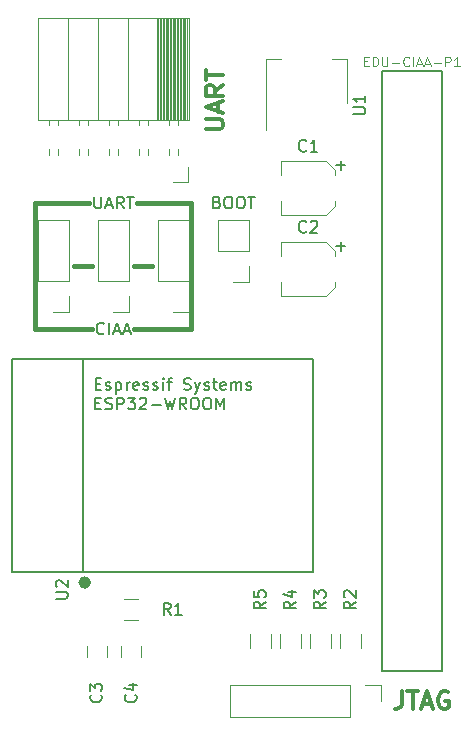
<source format=gbr>
G04 #@! TF.FileFunction,Legend,Top*
%FSLAX46Y46*%
G04 Gerber Fmt 4.6, Leading zero omitted, Abs format (unit mm)*
G04 Created by KiCad (PCBNEW 4.0.6) date 08/17/17 13:40:10*
%MOMM*%
%LPD*%
G01*
G04 APERTURE LIST*
%ADD10C,0.100000*%
%ADD11C,0.400000*%
%ADD12C,0.200000*%
%ADD13C,0.300000*%
%ADD14C,0.150000*%
%ADD15C,0.120000*%
%ADD16C,0.500000*%
G04 APERTURE END LIST*
D10*
D11*
X147320000Y-76200000D02*
X142748000Y-76200000D01*
X147320000Y-86868000D02*
X147320000Y-76200000D01*
X142494000Y-86868000D02*
X147320000Y-86868000D01*
X134112000Y-86868000D02*
X138938000Y-86868000D01*
X134112000Y-76200000D02*
X134112000Y-86868000D01*
X138684000Y-76200000D02*
X134112000Y-76200000D01*
D12*
X149518858Y-76128571D02*
X149661715Y-76176190D01*
X149709334Y-76223810D01*
X149756953Y-76319048D01*
X149756953Y-76461905D01*
X149709334Y-76557143D01*
X149661715Y-76604762D01*
X149566477Y-76652381D01*
X149185524Y-76652381D01*
X149185524Y-75652381D01*
X149518858Y-75652381D01*
X149614096Y-75700000D01*
X149661715Y-75747619D01*
X149709334Y-75842857D01*
X149709334Y-75938095D01*
X149661715Y-76033333D01*
X149614096Y-76080952D01*
X149518858Y-76128571D01*
X149185524Y-76128571D01*
X150376000Y-75652381D02*
X150566477Y-75652381D01*
X150661715Y-75700000D01*
X150756953Y-75795238D01*
X150804572Y-75985714D01*
X150804572Y-76319048D01*
X150756953Y-76509524D01*
X150661715Y-76604762D01*
X150566477Y-76652381D01*
X150376000Y-76652381D01*
X150280762Y-76604762D01*
X150185524Y-76509524D01*
X150137905Y-76319048D01*
X150137905Y-75985714D01*
X150185524Y-75795238D01*
X150280762Y-75700000D01*
X150376000Y-75652381D01*
X151423619Y-75652381D02*
X151614096Y-75652381D01*
X151709334Y-75700000D01*
X151804572Y-75795238D01*
X151852191Y-75985714D01*
X151852191Y-76319048D01*
X151804572Y-76509524D01*
X151709334Y-76604762D01*
X151614096Y-76652381D01*
X151423619Y-76652381D01*
X151328381Y-76604762D01*
X151233143Y-76509524D01*
X151185524Y-76319048D01*
X151185524Y-75985714D01*
X151233143Y-75795238D01*
X151328381Y-75700000D01*
X151423619Y-75652381D01*
X152137905Y-75652381D02*
X152709334Y-75652381D01*
X152423619Y-76652381D02*
X152423619Y-75652381D01*
D11*
X142494000Y-81534000D02*
X144018000Y-81534000D01*
X137414000Y-81534000D02*
X138938000Y-81534000D01*
D12*
X139120762Y-75652381D02*
X139120762Y-76461905D01*
X139168381Y-76557143D01*
X139216000Y-76604762D01*
X139311238Y-76652381D01*
X139501715Y-76652381D01*
X139596953Y-76604762D01*
X139644572Y-76557143D01*
X139692191Y-76461905D01*
X139692191Y-75652381D01*
X140120762Y-76366667D02*
X140596953Y-76366667D01*
X140025524Y-76652381D02*
X140358857Y-75652381D01*
X140692191Y-76652381D01*
X141596953Y-76652381D02*
X141263619Y-76176190D01*
X141025524Y-76652381D02*
X141025524Y-75652381D01*
X141406477Y-75652381D01*
X141501715Y-75700000D01*
X141549334Y-75747619D01*
X141596953Y-75842857D01*
X141596953Y-75985714D01*
X141549334Y-76080952D01*
X141501715Y-76128571D01*
X141406477Y-76176190D01*
X141025524Y-76176190D01*
X141882667Y-75652381D02*
X142454096Y-75652381D01*
X142168381Y-76652381D02*
X142168381Y-75652381D01*
X139930286Y-87225143D02*
X139882667Y-87272762D01*
X139739810Y-87320381D01*
X139644572Y-87320381D01*
X139501714Y-87272762D01*
X139406476Y-87177524D01*
X139358857Y-87082286D01*
X139311238Y-86891810D01*
X139311238Y-86748952D01*
X139358857Y-86558476D01*
X139406476Y-86463238D01*
X139501714Y-86368000D01*
X139644572Y-86320381D01*
X139739810Y-86320381D01*
X139882667Y-86368000D01*
X139930286Y-86415619D01*
X140358857Y-87320381D02*
X140358857Y-86320381D01*
X140787428Y-87034667D02*
X141263619Y-87034667D01*
X140692190Y-87320381D02*
X141025523Y-86320381D01*
X141358857Y-87320381D01*
X141644571Y-87034667D02*
X142120762Y-87034667D01*
X141549333Y-87320381D02*
X141882666Y-86320381D01*
X142216000Y-87320381D01*
D13*
X148530571Y-69956857D02*
X149744857Y-69956857D01*
X149887714Y-69885429D01*
X149959143Y-69814000D01*
X150030571Y-69671143D01*
X150030571Y-69385429D01*
X149959143Y-69242571D01*
X149887714Y-69171143D01*
X149744857Y-69099714D01*
X148530571Y-69099714D01*
X149602000Y-68456857D02*
X149602000Y-67742571D01*
X150030571Y-68599714D02*
X148530571Y-68099714D01*
X150030571Y-67599714D01*
X150030571Y-66242571D02*
X149316286Y-66742571D01*
X150030571Y-67099714D02*
X148530571Y-67099714D01*
X148530571Y-66528286D01*
X148602000Y-66385428D01*
X148673429Y-66314000D01*
X148816286Y-66242571D01*
X149030571Y-66242571D01*
X149173429Y-66314000D01*
X149244857Y-66385428D01*
X149316286Y-66528286D01*
X149316286Y-67099714D01*
X148530571Y-65814000D02*
X148530571Y-64956857D01*
X150030571Y-65385428D02*
X148530571Y-65385428D01*
X165128000Y-117542571D02*
X165128000Y-118614000D01*
X165056572Y-118828286D01*
X164913715Y-118971143D01*
X164699429Y-119042571D01*
X164556572Y-119042571D01*
X165628000Y-117542571D02*
X166485143Y-117542571D01*
X166056572Y-119042571D02*
X166056572Y-117542571D01*
X166913714Y-118614000D02*
X167628000Y-118614000D01*
X166770857Y-119042571D02*
X167270857Y-117542571D01*
X167770857Y-119042571D01*
X169056571Y-117614000D02*
X168913714Y-117542571D01*
X168699428Y-117542571D01*
X168485143Y-117614000D01*
X168342285Y-117756857D01*
X168270857Y-117899714D01*
X168199428Y-118185429D01*
X168199428Y-118399714D01*
X168270857Y-118685429D01*
X168342285Y-118828286D01*
X168485143Y-118971143D01*
X168699428Y-119042571D01*
X168842285Y-119042571D01*
X169056571Y-118971143D01*
X169128000Y-118899714D01*
X169128000Y-118399714D01*
X168842285Y-118399714D01*
D14*
X163449000Y-115824000D02*
X163449000Y-65024000D01*
X168529000Y-115824000D02*
X168529000Y-65024000D01*
X168529000Y-115824000D02*
X163449000Y-115824000D01*
X168529000Y-65024000D02*
X163449000Y-65024000D01*
D15*
X160509000Y-64003000D02*
X159249000Y-64003000D01*
X153689000Y-64003000D02*
X154949000Y-64003000D01*
X160509000Y-67763000D02*
X160509000Y-64003000D01*
X153689000Y-70013000D02*
X153689000Y-64003000D01*
X159516000Y-76450000D02*
X159516000Y-76050000D01*
X154936000Y-77220000D02*
X154936000Y-76050000D01*
X154936000Y-72640000D02*
X154936000Y-73810000D01*
X159516000Y-73410000D02*
X159516000Y-73810000D01*
X158746000Y-72640000D02*
X154936000Y-72640000D01*
X158746000Y-72640000D02*
X159516000Y-73410000D01*
X158746000Y-77220000D02*
X154936000Y-77220000D01*
X158746000Y-77220000D02*
X159516000Y-76450000D01*
D16*
X138586981Y-108331000D02*
G75*
G03X138586981Y-108331000I-283981J0D01*
G01*
D14*
X138157000Y-89425000D02*
X138157000Y-107425000D01*
X132157000Y-107425000D02*
X157657000Y-107425000D01*
X132157000Y-89425000D02*
X157657000Y-89425000D01*
X157657000Y-89425000D02*
X157657000Y-107425000D01*
X132157000Y-89425000D02*
X132157000Y-107425000D01*
D15*
X140169000Y-114673000D02*
X140169000Y-113673000D01*
X138469000Y-113673000D02*
X138469000Y-114673000D01*
X143090000Y-114673000D02*
X143090000Y-113673000D01*
X141390000Y-113673000D02*
X141390000Y-114673000D01*
X142840000Y-111497000D02*
X141640000Y-111497000D01*
X141640000Y-109737000D02*
X142840000Y-109737000D01*
X159902000Y-113884000D02*
X159902000Y-112684000D01*
X161662000Y-112684000D02*
X161662000Y-113884000D01*
X157362000Y-113884000D02*
X157362000Y-112684000D01*
X159122000Y-112684000D02*
X159122000Y-113884000D01*
X154822000Y-113884000D02*
X154822000Y-112684000D01*
X156582000Y-112684000D02*
X156582000Y-113884000D01*
X152282000Y-113884000D02*
X152282000Y-112684000D01*
X154042000Y-112684000D02*
X154042000Y-113884000D01*
X159516000Y-83308000D02*
X159516000Y-82908000D01*
X154936000Y-84078000D02*
X154936000Y-82908000D01*
X154936000Y-79498000D02*
X154936000Y-80668000D01*
X159516000Y-80268000D02*
X159516000Y-80668000D01*
X158746000Y-79498000D02*
X154936000Y-79498000D01*
X158746000Y-79498000D02*
X159516000Y-80268000D01*
X158746000Y-84078000D02*
X154936000Y-84078000D01*
X158746000Y-84078000D02*
X159516000Y-83308000D01*
X150562000Y-117034000D02*
X150562000Y-119694000D01*
X160782000Y-117034000D02*
X150562000Y-117034000D01*
X160782000Y-119694000D02*
X150562000Y-119694000D01*
X160782000Y-117034000D02*
X160782000Y-119694000D01*
X162052000Y-117034000D02*
X163382000Y-117034000D01*
X163382000Y-117034000D02*
X163382000Y-118364000D01*
X147126000Y-77664000D02*
X144466000Y-77664000D01*
X147126000Y-82804000D02*
X147126000Y-77664000D01*
X144466000Y-82804000D02*
X144466000Y-77664000D01*
X147126000Y-82804000D02*
X144466000Y-82804000D01*
X147126000Y-84074000D02*
X147126000Y-85404000D01*
X147126000Y-85404000D02*
X145796000Y-85404000D01*
X136966000Y-77664000D02*
X134306000Y-77664000D01*
X136966000Y-82804000D02*
X136966000Y-77664000D01*
X134306000Y-82804000D02*
X134306000Y-77664000D01*
X136966000Y-82804000D02*
X134306000Y-82804000D01*
X136966000Y-84074000D02*
X136966000Y-85404000D01*
X136966000Y-85404000D02*
X135636000Y-85404000D01*
X142046000Y-77664000D02*
X139386000Y-77664000D01*
X142046000Y-82804000D02*
X142046000Y-77664000D01*
X139386000Y-82804000D02*
X139386000Y-77664000D01*
X142046000Y-82804000D02*
X139386000Y-82804000D01*
X142046000Y-84074000D02*
X142046000Y-85404000D01*
X142046000Y-85404000D02*
X140716000Y-85404000D01*
X147126000Y-69152000D02*
X144526000Y-69152000D01*
X144526000Y-69152000D02*
X144526000Y-60522000D01*
X144526000Y-60522000D02*
X147126000Y-60522000D01*
X147126000Y-60522000D02*
X147126000Y-69152000D01*
X146176000Y-69582000D02*
X146176000Y-69152000D01*
X145416000Y-69582000D02*
X145416000Y-69152000D01*
X146176000Y-72122000D02*
X146176000Y-71642000D01*
X145416000Y-72122000D02*
X145416000Y-71642000D01*
X146946000Y-69152000D02*
X146946000Y-60522000D01*
X146826000Y-69152000D02*
X146826000Y-60522000D01*
X146706000Y-69152000D02*
X146706000Y-60522000D01*
X146586000Y-69152000D02*
X146586000Y-60522000D01*
X146466000Y-69152000D02*
X146466000Y-60522000D01*
X146346000Y-69152000D02*
X146346000Y-60522000D01*
X146226000Y-69152000D02*
X146226000Y-60522000D01*
X146106000Y-69152000D02*
X146106000Y-60522000D01*
X145986000Y-69152000D02*
X145986000Y-60522000D01*
X145866000Y-69152000D02*
X145866000Y-60522000D01*
X145746000Y-69152000D02*
X145746000Y-60522000D01*
X145626000Y-69152000D02*
X145626000Y-60522000D01*
X145506000Y-69152000D02*
X145506000Y-60522000D01*
X145386000Y-69152000D02*
X145386000Y-60522000D01*
X145266000Y-69152000D02*
X145266000Y-60522000D01*
X145146000Y-69152000D02*
X145146000Y-60522000D01*
X145026000Y-69152000D02*
X145026000Y-60522000D01*
X144906000Y-69152000D02*
X144906000Y-60522000D01*
X144786000Y-69152000D02*
X144786000Y-60522000D01*
X144666000Y-69152000D02*
X144666000Y-60522000D01*
X144546000Y-69152000D02*
X144546000Y-60522000D01*
X144426000Y-69152000D02*
X144426000Y-60522000D01*
X144526000Y-69152000D02*
X141986000Y-69152000D01*
X141986000Y-69152000D02*
X141986000Y-60522000D01*
X141986000Y-60522000D02*
X144526000Y-60522000D01*
X144526000Y-60522000D02*
X144526000Y-69152000D01*
X143636000Y-69582000D02*
X143636000Y-69152000D01*
X142876000Y-69582000D02*
X142876000Y-69152000D01*
X143636000Y-72122000D02*
X143636000Y-71642000D01*
X142876000Y-72122000D02*
X142876000Y-71642000D01*
X141986000Y-69152000D02*
X139446000Y-69152000D01*
X139446000Y-69152000D02*
X139446000Y-60522000D01*
X139446000Y-60522000D02*
X141986000Y-60522000D01*
X141986000Y-60522000D02*
X141986000Y-69152000D01*
X141096000Y-69582000D02*
X141096000Y-69152000D01*
X140336000Y-69582000D02*
X140336000Y-69152000D01*
X141096000Y-72122000D02*
X141096000Y-71642000D01*
X140336000Y-72122000D02*
X140336000Y-71642000D01*
X139446000Y-69152000D02*
X136906000Y-69152000D01*
X136906000Y-69152000D02*
X136906000Y-60522000D01*
X136906000Y-60522000D02*
X139446000Y-60522000D01*
X139446000Y-60522000D02*
X139446000Y-69152000D01*
X138556000Y-69582000D02*
X138556000Y-69152000D01*
X137796000Y-69582000D02*
X137796000Y-69152000D01*
X138556000Y-72122000D02*
X138556000Y-71642000D01*
X137796000Y-72122000D02*
X137796000Y-71642000D01*
X136906000Y-69152000D02*
X134306000Y-69152000D01*
X134306000Y-69152000D02*
X134306000Y-60522000D01*
X134306000Y-60522000D02*
X136906000Y-60522000D01*
X136906000Y-60522000D02*
X136906000Y-69152000D01*
X136016000Y-69582000D02*
X136016000Y-69152000D01*
X135256000Y-69582000D02*
X135256000Y-69152000D01*
X136016000Y-72122000D02*
X136016000Y-71642000D01*
X135256000Y-72122000D02*
X135256000Y-71642000D01*
X147066000Y-73152000D02*
X147066000Y-74422000D01*
X147066000Y-74422000D02*
X145796000Y-74422000D01*
X152206000Y-77664000D02*
X149546000Y-77664000D01*
X152206000Y-80264000D02*
X152206000Y-77664000D01*
X149546000Y-80264000D02*
X149546000Y-77664000D01*
X152206000Y-80264000D02*
X149546000Y-80264000D01*
X152206000Y-81534000D02*
X152206000Y-82864000D01*
X152206000Y-82864000D02*
X150876000Y-82864000D01*
X161950905Y-64204857D02*
X162217572Y-64204857D01*
X162331858Y-64623905D02*
X161950905Y-64623905D01*
X161950905Y-63823905D01*
X162331858Y-63823905D01*
X162674715Y-64623905D02*
X162674715Y-63823905D01*
X162865191Y-63823905D01*
X162979477Y-63862000D01*
X163055668Y-63938190D01*
X163093763Y-64014381D01*
X163131858Y-64166762D01*
X163131858Y-64281048D01*
X163093763Y-64433429D01*
X163055668Y-64509619D01*
X162979477Y-64585810D01*
X162865191Y-64623905D01*
X162674715Y-64623905D01*
X163474715Y-63823905D02*
X163474715Y-64471524D01*
X163512810Y-64547714D01*
X163550906Y-64585810D01*
X163627096Y-64623905D01*
X163779477Y-64623905D01*
X163855668Y-64585810D01*
X163893763Y-64547714D01*
X163931858Y-64471524D01*
X163931858Y-63823905D01*
X164312810Y-64319143D02*
X164922334Y-64319143D01*
X165760429Y-64547714D02*
X165722334Y-64585810D01*
X165608048Y-64623905D01*
X165531858Y-64623905D01*
X165417572Y-64585810D01*
X165341381Y-64509619D01*
X165303286Y-64433429D01*
X165265191Y-64281048D01*
X165265191Y-64166762D01*
X165303286Y-64014381D01*
X165341381Y-63938190D01*
X165417572Y-63862000D01*
X165531858Y-63823905D01*
X165608048Y-63823905D01*
X165722334Y-63862000D01*
X165760429Y-63900095D01*
X166103286Y-64623905D02*
X166103286Y-63823905D01*
X166446143Y-64395333D02*
X166827095Y-64395333D01*
X166369952Y-64623905D02*
X166636619Y-63823905D01*
X166903286Y-64623905D01*
X167131857Y-64395333D02*
X167512809Y-64395333D01*
X167055666Y-64623905D02*
X167322333Y-63823905D01*
X167589000Y-64623905D01*
X167855666Y-64319143D02*
X168465190Y-64319143D01*
X168846142Y-64623905D02*
X168846142Y-63823905D01*
X169150904Y-63823905D01*
X169227095Y-63862000D01*
X169265190Y-63900095D01*
X169303285Y-63976286D01*
X169303285Y-64090571D01*
X169265190Y-64166762D01*
X169227095Y-64204857D01*
X169150904Y-64242952D01*
X168846142Y-64242952D01*
X170065190Y-64623905D02*
X169608047Y-64623905D01*
X169836618Y-64623905D02*
X169836618Y-63823905D01*
X169760428Y-63938190D01*
X169684237Y-64014381D01*
X169608047Y-64052476D01*
D14*
X161051381Y-68674905D02*
X161860905Y-68674905D01*
X161956143Y-68627286D01*
X162003762Y-68579667D01*
X162051381Y-68484429D01*
X162051381Y-68293952D01*
X162003762Y-68198714D01*
X161956143Y-68151095D01*
X161860905Y-68103476D01*
X161051381Y-68103476D01*
X162051381Y-67103476D02*
X162051381Y-67674905D01*
X162051381Y-67389191D02*
X161051381Y-67389191D01*
X161194238Y-67484429D01*
X161289476Y-67579667D01*
X161337095Y-67674905D01*
X157059334Y-71747143D02*
X157011715Y-71794762D01*
X156868858Y-71842381D01*
X156773620Y-71842381D01*
X156630762Y-71794762D01*
X156535524Y-71699524D01*
X156487905Y-71604286D01*
X156440286Y-71413810D01*
X156440286Y-71270952D01*
X156487905Y-71080476D01*
X156535524Y-70985238D01*
X156630762Y-70890000D01*
X156773620Y-70842381D01*
X156868858Y-70842381D01*
X157011715Y-70890000D01*
X157059334Y-70937619D01*
X158011715Y-71842381D02*
X157440286Y-71842381D01*
X157726000Y-71842381D02*
X157726000Y-70842381D01*
X157630762Y-70985238D01*
X157535524Y-71080476D01*
X157440286Y-71128095D01*
X159615048Y-72991429D02*
X160376953Y-72991429D01*
X159996001Y-73372381D02*
X159996001Y-72610476D01*
X135859381Y-109686905D02*
X136668905Y-109686905D01*
X136764143Y-109639286D01*
X136811762Y-109591667D01*
X136859381Y-109496429D01*
X136859381Y-109305952D01*
X136811762Y-109210714D01*
X136764143Y-109163095D01*
X136668905Y-109115476D01*
X135859381Y-109115476D01*
X135954619Y-108686905D02*
X135907000Y-108639286D01*
X135859381Y-108544048D01*
X135859381Y-108305952D01*
X135907000Y-108210714D01*
X135954619Y-108163095D01*
X136049857Y-108115476D01*
X136145095Y-108115476D01*
X136287952Y-108163095D01*
X136859381Y-108734524D01*
X136859381Y-108115476D01*
X139224570Y-91495571D02*
X139557904Y-91495571D01*
X139700761Y-92019381D02*
X139224570Y-92019381D01*
X139224570Y-91019381D01*
X139700761Y-91019381D01*
X140081713Y-91971762D02*
X140176951Y-92019381D01*
X140367427Y-92019381D01*
X140462666Y-91971762D01*
X140510285Y-91876524D01*
X140510285Y-91828905D01*
X140462666Y-91733667D01*
X140367427Y-91686048D01*
X140224570Y-91686048D01*
X140129332Y-91638429D01*
X140081713Y-91543190D01*
X140081713Y-91495571D01*
X140129332Y-91400333D01*
X140224570Y-91352714D01*
X140367427Y-91352714D01*
X140462666Y-91400333D01*
X140938856Y-91352714D02*
X140938856Y-92352714D01*
X140938856Y-91400333D02*
X141034094Y-91352714D01*
X141224571Y-91352714D01*
X141319809Y-91400333D01*
X141367428Y-91447952D01*
X141415047Y-91543190D01*
X141415047Y-91828905D01*
X141367428Y-91924143D01*
X141319809Y-91971762D01*
X141224571Y-92019381D01*
X141034094Y-92019381D01*
X140938856Y-91971762D01*
X141843618Y-92019381D02*
X141843618Y-91352714D01*
X141843618Y-91543190D02*
X141891237Y-91447952D01*
X141938856Y-91400333D01*
X142034094Y-91352714D01*
X142129333Y-91352714D01*
X142843619Y-91971762D02*
X142748381Y-92019381D01*
X142557904Y-92019381D01*
X142462666Y-91971762D01*
X142415047Y-91876524D01*
X142415047Y-91495571D01*
X142462666Y-91400333D01*
X142557904Y-91352714D01*
X142748381Y-91352714D01*
X142843619Y-91400333D01*
X142891238Y-91495571D01*
X142891238Y-91590810D01*
X142415047Y-91686048D01*
X143272190Y-91971762D02*
X143367428Y-92019381D01*
X143557904Y-92019381D01*
X143653143Y-91971762D01*
X143700762Y-91876524D01*
X143700762Y-91828905D01*
X143653143Y-91733667D01*
X143557904Y-91686048D01*
X143415047Y-91686048D01*
X143319809Y-91638429D01*
X143272190Y-91543190D01*
X143272190Y-91495571D01*
X143319809Y-91400333D01*
X143415047Y-91352714D01*
X143557904Y-91352714D01*
X143653143Y-91400333D01*
X144081714Y-91971762D02*
X144176952Y-92019381D01*
X144367428Y-92019381D01*
X144462667Y-91971762D01*
X144510286Y-91876524D01*
X144510286Y-91828905D01*
X144462667Y-91733667D01*
X144367428Y-91686048D01*
X144224571Y-91686048D01*
X144129333Y-91638429D01*
X144081714Y-91543190D01*
X144081714Y-91495571D01*
X144129333Y-91400333D01*
X144224571Y-91352714D01*
X144367428Y-91352714D01*
X144462667Y-91400333D01*
X144938857Y-92019381D02*
X144938857Y-91352714D01*
X144938857Y-91019381D02*
X144891238Y-91067000D01*
X144938857Y-91114619D01*
X144986476Y-91067000D01*
X144938857Y-91019381D01*
X144938857Y-91114619D01*
X145272190Y-91352714D02*
X145653142Y-91352714D01*
X145415047Y-92019381D02*
X145415047Y-91162238D01*
X145462666Y-91067000D01*
X145557904Y-91019381D01*
X145653142Y-91019381D01*
X146700762Y-91971762D02*
X146843619Y-92019381D01*
X147081715Y-92019381D01*
X147176953Y-91971762D01*
X147224572Y-91924143D01*
X147272191Y-91828905D01*
X147272191Y-91733667D01*
X147224572Y-91638429D01*
X147176953Y-91590810D01*
X147081715Y-91543190D01*
X146891238Y-91495571D01*
X146796000Y-91447952D01*
X146748381Y-91400333D01*
X146700762Y-91305095D01*
X146700762Y-91209857D01*
X146748381Y-91114619D01*
X146796000Y-91067000D01*
X146891238Y-91019381D01*
X147129334Y-91019381D01*
X147272191Y-91067000D01*
X147605524Y-91352714D02*
X147843619Y-92019381D01*
X148081715Y-91352714D02*
X147843619Y-92019381D01*
X147748381Y-92257476D01*
X147700762Y-92305095D01*
X147605524Y-92352714D01*
X148415048Y-91971762D02*
X148510286Y-92019381D01*
X148700762Y-92019381D01*
X148796001Y-91971762D01*
X148843620Y-91876524D01*
X148843620Y-91828905D01*
X148796001Y-91733667D01*
X148700762Y-91686048D01*
X148557905Y-91686048D01*
X148462667Y-91638429D01*
X148415048Y-91543190D01*
X148415048Y-91495571D01*
X148462667Y-91400333D01*
X148557905Y-91352714D01*
X148700762Y-91352714D01*
X148796001Y-91400333D01*
X149129334Y-91352714D02*
X149510286Y-91352714D01*
X149272191Y-91019381D02*
X149272191Y-91876524D01*
X149319810Y-91971762D01*
X149415048Y-92019381D01*
X149510286Y-92019381D01*
X150224573Y-91971762D02*
X150129335Y-92019381D01*
X149938858Y-92019381D01*
X149843620Y-91971762D01*
X149796001Y-91876524D01*
X149796001Y-91495571D01*
X149843620Y-91400333D01*
X149938858Y-91352714D01*
X150129335Y-91352714D01*
X150224573Y-91400333D01*
X150272192Y-91495571D01*
X150272192Y-91590810D01*
X149796001Y-91686048D01*
X150700763Y-92019381D02*
X150700763Y-91352714D01*
X150700763Y-91447952D02*
X150748382Y-91400333D01*
X150843620Y-91352714D01*
X150986478Y-91352714D01*
X151081716Y-91400333D01*
X151129335Y-91495571D01*
X151129335Y-92019381D01*
X151129335Y-91495571D02*
X151176954Y-91400333D01*
X151272192Y-91352714D01*
X151415049Y-91352714D01*
X151510287Y-91400333D01*
X151557906Y-91495571D01*
X151557906Y-92019381D01*
X151986477Y-91971762D02*
X152081715Y-92019381D01*
X152272191Y-92019381D01*
X152367430Y-91971762D01*
X152415049Y-91876524D01*
X152415049Y-91828905D01*
X152367430Y-91733667D01*
X152272191Y-91686048D01*
X152129334Y-91686048D01*
X152034096Y-91638429D01*
X151986477Y-91543190D01*
X151986477Y-91495571D01*
X152034096Y-91400333D01*
X152129334Y-91352714D01*
X152272191Y-91352714D01*
X152367430Y-91400333D01*
X139200619Y-93146571D02*
X139533953Y-93146571D01*
X139676810Y-93670381D02*
X139200619Y-93670381D01*
X139200619Y-92670381D01*
X139676810Y-92670381D01*
X140057762Y-93622762D02*
X140200619Y-93670381D01*
X140438715Y-93670381D01*
X140533953Y-93622762D01*
X140581572Y-93575143D01*
X140629191Y-93479905D01*
X140629191Y-93384667D01*
X140581572Y-93289429D01*
X140533953Y-93241810D01*
X140438715Y-93194190D01*
X140248238Y-93146571D01*
X140153000Y-93098952D01*
X140105381Y-93051333D01*
X140057762Y-92956095D01*
X140057762Y-92860857D01*
X140105381Y-92765619D01*
X140153000Y-92718000D01*
X140248238Y-92670381D01*
X140486334Y-92670381D01*
X140629191Y-92718000D01*
X141057762Y-93670381D02*
X141057762Y-92670381D01*
X141438715Y-92670381D01*
X141533953Y-92718000D01*
X141581572Y-92765619D01*
X141629191Y-92860857D01*
X141629191Y-93003714D01*
X141581572Y-93098952D01*
X141533953Y-93146571D01*
X141438715Y-93194190D01*
X141057762Y-93194190D01*
X141962524Y-92670381D02*
X142581572Y-92670381D01*
X142248238Y-93051333D01*
X142391096Y-93051333D01*
X142486334Y-93098952D01*
X142533953Y-93146571D01*
X142581572Y-93241810D01*
X142581572Y-93479905D01*
X142533953Y-93575143D01*
X142486334Y-93622762D01*
X142391096Y-93670381D01*
X142105381Y-93670381D01*
X142010143Y-93622762D01*
X141962524Y-93575143D01*
X142962524Y-92765619D02*
X143010143Y-92718000D01*
X143105381Y-92670381D01*
X143343477Y-92670381D01*
X143438715Y-92718000D01*
X143486334Y-92765619D01*
X143533953Y-92860857D01*
X143533953Y-92956095D01*
X143486334Y-93098952D01*
X142914905Y-93670381D01*
X143533953Y-93670381D01*
X143962524Y-93289429D02*
X144724429Y-93289429D01*
X145105381Y-92670381D02*
X145343476Y-93670381D01*
X145533953Y-92956095D01*
X145724429Y-93670381D01*
X145962524Y-92670381D01*
X146914905Y-93670381D02*
X146581571Y-93194190D01*
X146343476Y-93670381D02*
X146343476Y-92670381D01*
X146724429Y-92670381D01*
X146819667Y-92718000D01*
X146867286Y-92765619D01*
X146914905Y-92860857D01*
X146914905Y-93003714D01*
X146867286Y-93098952D01*
X146819667Y-93146571D01*
X146724429Y-93194190D01*
X146343476Y-93194190D01*
X147533952Y-92670381D02*
X147724429Y-92670381D01*
X147819667Y-92718000D01*
X147914905Y-92813238D01*
X147962524Y-93003714D01*
X147962524Y-93337048D01*
X147914905Y-93527524D01*
X147819667Y-93622762D01*
X147724429Y-93670381D01*
X147533952Y-93670381D01*
X147438714Y-93622762D01*
X147343476Y-93527524D01*
X147295857Y-93337048D01*
X147295857Y-93003714D01*
X147343476Y-92813238D01*
X147438714Y-92718000D01*
X147533952Y-92670381D01*
X148581571Y-92670381D02*
X148772048Y-92670381D01*
X148867286Y-92718000D01*
X148962524Y-92813238D01*
X149010143Y-93003714D01*
X149010143Y-93337048D01*
X148962524Y-93527524D01*
X148867286Y-93622762D01*
X148772048Y-93670381D01*
X148581571Y-93670381D01*
X148486333Y-93622762D01*
X148391095Y-93527524D01*
X148343476Y-93337048D01*
X148343476Y-93003714D01*
X148391095Y-92813238D01*
X148486333Y-92718000D01*
X148581571Y-92670381D01*
X149438714Y-93670381D02*
X149438714Y-92670381D01*
X149772048Y-93384667D01*
X150105381Y-92670381D01*
X150105381Y-93670381D01*
X139676143Y-117839666D02*
X139723762Y-117887285D01*
X139771381Y-118030142D01*
X139771381Y-118125380D01*
X139723762Y-118268238D01*
X139628524Y-118363476D01*
X139533286Y-118411095D01*
X139342810Y-118458714D01*
X139199952Y-118458714D01*
X139009476Y-118411095D01*
X138914238Y-118363476D01*
X138819000Y-118268238D01*
X138771381Y-118125380D01*
X138771381Y-118030142D01*
X138819000Y-117887285D01*
X138866619Y-117839666D01*
X138771381Y-117506333D02*
X138771381Y-116887285D01*
X139152333Y-117220619D01*
X139152333Y-117077761D01*
X139199952Y-116982523D01*
X139247571Y-116934904D01*
X139342810Y-116887285D01*
X139580905Y-116887285D01*
X139676143Y-116934904D01*
X139723762Y-116982523D01*
X139771381Y-117077761D01*
X139771381Y-117363476D01*
X139723762Y-117458714D01*
X139676143Y-117506333D01*
X142597143Y-117839666D02*
X142644762Y-117887285D01*
X142692381Y-118030142D01*
X142692381Y-118125380D01*
X142644762Y-118268238D01*
X142549524Y-118363476D01*
X142454286Y-118411095D01*
X142263810Y-118458714D01*
X142120952Y-118458714D01*
X141930476Y-118411095D01*
X141835238Y-118363476D01*
X141740000Y-118268238D01*
X141692381Y-118125380D01*
X141692381Y-118030142D01*
X141740000Y-117887285D01*
X141787619Y-117839666D01*
X142025714Y-116982523D02*
X142692381Y-116982523D01*
X141644762Y-117220619D02*
X142359048Y-117458714D01*
X142359048Y-116839666D01*
X145573334Y-111069381D02*
X145240000Y-110593190D01*
X145001905Y-111069381D02*
X145001905Y-110069381D01*
X145382858Y-110069381D01*
X145478096Y-110117000D01*
X145525715Y-110164619D01*
X145573334Y-110259857D01*
X145573334Y-110402714D01*
X145525715Y-110497952D01*
X145478096Y-110545571D01*
X145382858Y-110593190D01*
X145001905Y-110593190D01*
X146525715Y-111069381D02*
X145954286Y-111069381D01*
X146240000Y-111069381D02*
X146240000Y-110069381D01*
X146144762Y-110212238D01*
X146049524Y-110307476D01*
X145954286Y-110355095D01*
X161234381Y-109950666D02*
X160758190Y-110284000D01*
X161234381Y-110522095D02*
X160234381Y-110522095D01*
X160234381Y-110141142D01*
X160282000Y-110045904D01*
X160329619Y-109998285D01*
X160424857Y-109950666D01*
X160567714Y-109950666D01*
X160662952Y-109998285D01*
X160710571Y-110045904D01*
X160758190Y-110141142D01*
X160758190Y-110522095D01*
X160329619Y-109569714D02*
X160282000Y-109522095D01*
X160234381Y-109426857D01*
X160234381Y-109188761D01*
X160282000Y-109093523D01*
X160329619Y-109045904D01*
X160424857Y-108998285D01*
X160520095Y-108998285D01*
X160662952Y-109045904D01*
X161234381Y-109617333D01*
X161234381Y-108998285D01*
X158694381Y-109950666D02*
X158218190Y-110284000D01*
X158694381Y-110522095D02*
X157694381Y-110522095D01*
X157694381Y-110141142D01*
X157742000Y-110045904D01*
X157789619Y-109998285D01*
X157884857Y-109950666D01*
X158027714Y-109950666D01*
X158122952Y-109998285D01*
X158170571Y-110045904D01*
X158218190Y-110141142D01*
X158218190Y-110522095D01*
X157694381Y-109617333D02*
X157694381Y-108998285D01*
X158075333Y-109331619D01*
X158075333Y-109188761D01*
X158122952Y-109093523D01*
X158170571Y-109045904D01*
X158265810Y-108998285D01*
X158503905Y-108998285D01*
X158599143Y-109045904D01*
X158646762Y-109093523D01*
X158694381Y-109188761D01*
X158694381Y-109474476D01*
X158646762Y-109569714D01*
X158599143Y-109617333D01*
X156154381Y-109950666D02*
X155678190Y-110284000D01*
X156154381Y-110522095D02*
X155154381Y-110522095D01*
X155154381Y-110141142D01*
X155202000Y-110045904D01*
X155249619Y-109998285D01*
X155344857Y-109950666D01*
X155487714Y-109950666D01*
X155582952Y-109998285D01*
X155630571Y-110045904D01*
X155678190Y-110141142D01*
X155678190Y-110522095D01*
X155487714Y-109093523D02*
X156154381Y-109093523D01*
X155106762Y-109331619D02*
X155821048Y-109569714D01*
X155821048Y-108950666D01*
X153614381Y-109950666D02*
X153138190Y-110284000D01*
X153614381Y-110522095D02*
X152614381Y-110522095D01*
X152614381Y-110141142D01*
X152662000Y-110045904D01*
X152709619Y-109998285D01*
X152804857Y-109950666D01*
X152947714Y-109950666D01*
X153042952Y-109998285D01*
X153090571Y-110045904D01*
X153138190Y-110141142D01*
X153138190Y-110522095D01*
X152614381Y-109045904D02*
X152614381Y-109522095D01*
X153090571Y-109569714D01*
X153042952Y-109522095D01*
X152995333Y-109426857D01*
X152995333Y-109188761D01*
X153042952Y-109093523D01*
X153090571Y-109045904D01*
X153185810Y-108998285D01*
X153423905Y-108998285D01*
X153519143Y-109045904D01*
X153566762Y-109093523D01*
X153614381Y-109188761D01*
X153614381Y-109426857D01*
X153566762Y-109522095D01*
X153519143Y-109569714D01*
X157059334Y-78605143D02*
X157011715Y-78652762D01*
X156868858Y-78700381D01*
X156773620Y-78700381D01*
X156630762Y-78652762D01*
X156535524Y-78557524D01*
X156487905Y-78462286D01*
X156440286Y-78271810D01*
X156440286Y-78128952D01*
X156487905Y-77938476D01*
X156535524Y-77843238D01*
X156630762Y-77748000D01*
X156773620Y-77700381D01*
X156868858Y-77700381D01*
X157011715Y-77748000D01*
X157059334Y-77795619D01*
X157440286Y-77795619D02*
X157487905Y-77748000D01*
X157583143Y-77700381D01*
X157821239Y-77700381D01*
X157916477Y-77748000D01*
X157964096Y-77795619D01*
X158011715Y-77890857D01*
X158011715Y-77986095D01*
X157964096Y-78128952D01*
X157392667Y-78700381D01*
X158011715Y-78700381D01*
X159615048Y-79849429D02*
X160376953Y-79849429D01*
X159996001Y-80230381D02*
X159996001Y-79468476D01*
M02*

</source>
